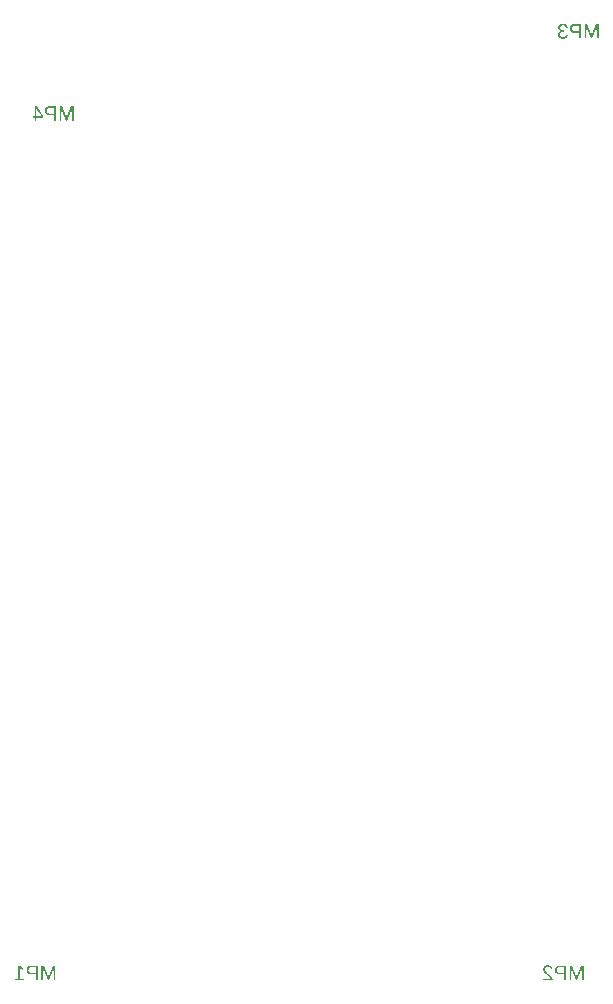
<source format=gbr>
G04 EAGLE Gerber RS-274X export*
G75*
%MOMM*%
%FSLAX34Y34*%
%LPD*%
%INSilkscreen Bottom*%
%IPPOS*%
%AMOC8*
5,1,8,0,0,1.08239X$1,22.5*%
G01*
G04 Define Apertures*
G36*
X634139Y186690D02*
X632466Y186690D01*
X632466Y191498D01*
X628840Y191498D01*
X628362Y191515D01*
X627910Y191563D01*
X627483Y191644D01*
X627082Y191757D01*
X626707Y191902D01*
X626357Y192080D01*
X626033Y192290D01*
X625735Y192532D01*
X625467Y192802D01*
X625235Y193094D01*
X625038Y193408D01*
X624878Y193745D01*
X624753Y194104D01*
X624663Y194486D01*
X624610Y194890D01*
X624592Y195317D01*
X624610Y195747D01*
X624663Y196152D01*
X624752Y196532D01*
X624876Y196887D01*
X625037Y197217D01*
X625232Y197523D01*
X625464Y197803D01*
X625730Y198059D01*
X626030Y198286D01*
X626358Y198484D01*
X626716Y198651D01*
X627103Y198788D01*
X627520Y198894D01*
X627965Y198970D01*
X628440Y199016D01*
X628945Y199031D01*
X634139Y199031D01*
X634139Y186690D01*
G37*
%LPC*%
G36*
X632466Y192821D02*
X632466Y197691D01*
X629146Y197691D01*
X628798Y197681D01*
X628473Y197653D01*
X628170Y197607D01*
X627889Y197541D01*
X627631Y197457D01*
X627396Y197354D01*
X627182Y197233D01*
X626992Y197093D01*
X626823Y196934D01*
X626677Y196757D01*
X626554Y196561D01*
X626453Y196346D01*
X626374Y196112D01*
X626318Y195860D01*
X626285Y195589D01*
X626273Y195300D01*
X626284Y194999D01*
X626317Y194719D01*
X626372Y194457D01*
X626449Y194215D01*
X626547Y193993D01*
X626668Y193789D01*
X626810Y193605D01*
X626974Y193441D01*
X627160Y193295D01*
X627368Y193170D01*
X627598Y193063D01*
X627850Y192976D01*
X628124Y192908D01*
X628419Y192860D01*
X628737Y192831D01*
X629076Y192821D01*
X632466Y192821D01*
G37*
%LPD*%
G36*
X638583Y186690D02*
X637077Y186690D01*
X637077Y199031D01*
X639223Y199031D01*
X642446Y190474D01*
X642561Y190157D01*
X642748Y189576D01*
X642933Y188953D01*
X643041Y188512D01*
X643256Y189366D01*
X643421Y189938D01*
X643593Y190474D01*
X646878Y199031D01*
X649076Y199031D01*
X649076Y186690D01*
X647587Y186690D01*
X647587Y194923D01*
X647622Y196578D01*
X647648Y197551D01*
X647359Y196587D01*
X646869Y195098D01*
X643637Y186690D01*
X642463Y186690D01*
X639275Y195098D01*
X639099Y195583D01*
X638912Y196154D01*
X638505Y197551D01*
X638564Y196263D01*
X638583Y194923D01*
X638583Y186690D01*
G37*
G36*
X622275Y186690D02*
X614541Y186690D01*
X614541Y188030D01*
X617545Y188030D01*
X617545Y199031D01*
X618999Y199031D01*
X621916Y197025D01*
X621916Y195536D01*
X619131Y197524D01*
X619131Y188030D01*
X622275Y188030D01*
X622275Y186690D01*
G37*
G36*
X1081529Y186690D02*
X1079856Y186690D01*
X1079856Y191498D01*
X1076230Y191498D01*
X1075752Y191515D01*
X1075300Y191563D01*
X1074873Y191644D01*
X1074472Y191757D01*
X1074097Y191902D01*
X1073747Y192080D01*
X1073423Y192290D01*
X1073125Y192532D01*
X1072857Y192802D01*
X1072625Y193094D01*
X1072428Y193408D01*
X1072268Y193745D01*
X1072143Y194104D01*
X1072053Y194486D01*
X1072000Y194890D01*
X1071982Y195317D01*
X1072000Y195747D01*
X1072053Y196152D01*
X1072142Y196532D01*
X1072266Y196887D01*
X1072427Y197217D01*
X1072622Y197523D01*
X1072854Y197803D01*
X1073120Y198059D01*
X1073420Y198286D01*
X1073748Y198484D01*
X1074106Y198651D01*
X1074493Y198788D01*
X1074910Y198894D01*
X1075355Y198970D01*
X1075830Y199016D01*
X1076335Y199031D01*
X1081529Y199031D01*
X1081529Y186690D01*
G37*
%LPC*%
G36*
X1079856Y192821D02*
X1079856Y197691D01*
X1076536Y197691D01*
X1076188Y197681D01*
X1075863Y197653D01*
X1075560Y197607D01*
X1075279Y197541D01*
X1075021Y197457D01*
X1074786Y197354D01*
X1074572Y197233D01*
X1074382Y197093D01*
X1074213Y196934D01*
X1074067Y196757D01*
X1073944Y196561D01*
X1073843Y196346D01*
X1073764Y196112D01*
X1073708Y195860D01*
X1073675Y195589D01*
X1073663Y195300D01*
X1073674Y194999D01*
X1073707Y194719D01*
X1073762Y194457D01*
X1073839Y194215D01*
X1073937Y193993D01*
X1074058Y193789D01*
X1074200Y193605D01*
X1074364Y193441D01*
X1074550Y193295D01*
X1074758Y193170D01*
X1074988Y193063D01*
X1075240Y192976D01*
X1075514Y192908D01*
X1075809Y192860D01*
X1076127Y192831D01*
X1076466Y192821D01*
X1079856Y192821D01*
G37*
%LPD*%
G36*
X1085973Y186690D02*
X1084467Y186690D01*
X1084467Y199031D01*
X1086613Y199031D01*
X1089836Y190474D01*
X1089951Y190157D01*
X1090138Y189576D01*
X1090323Y188953D01*
X1090431Y188512D01*
X1090646Y189366D01*
X1090811Y189938D01*
X1090983Y190474D01*
X1094268Y199031D01*
X1096466Y199031D01*
X1096466Y186690D01*
X1094977Y186690D01*
X1094977Y194923D01*
X1095012Y196578D01*
X1095038Y197551D01*
X1094749Y196587D01*
X1094259Y195098D01*
X1091027Y186690D01*
X1089853Y186690D01*
X1086665Y195098D01*
X1086489Y195583D01*
X1086302Y196154D01*
X1085895Y197551D01*
X1085954Y196263D01*
X1085973Y194923D01*
X1085973Y186690D01*
G37*
G36*
X1070129Y186690D02*
X1061957Y186690D01*
X1061957Y188030D01*
X1068395Y188030D01*
X1068243Y188340D01*
X1068049Y188655D01*
X1067814Y188977D01*
X1067537Y189304D01*
X1067213Y189645D01*
X1066838Y190006D01*
X1066412Y190387D01*
X1065934Y190789D01*
X1065092Y191485D01*
X1064399Y192083D01*
X1063853Y192584D01*
X1063455Y192987D01*
X1063151Y193342D01*
X1062887Y193697D01*
X1062663Y194052D01*
X1062479Y194406D01*
X1062335Y194762D01*
X1062232Y195118D01*
X1062171Y195475D01*
X1062150Y195834D01*
X1062166Y196227D01*
X1062213Y196598D01*
X1062291Y196945D01*
X1062401Y197269D01*
X1062542Y197570D01*
X1062714Y197848D01*
X1062918Y198103D01*
X1063153Y198334D01*
X1063417Y198541D01*
X1063708Y198720D01*
X1064026Y198871D01*
X1064372Y198995D01*
X1064744Y199091D01*
X1065143Y199160D01*
X1065568Y199201D01*
X1066021Y199215D01*
X1066437Y199201D01*
X1066832Y199160D01*
X1067209Y199092D01*
X1067566Y198996D01*
X1067904Y198873D01*
X1068223Y198722D01*
X1068522Y198544D01*
X1068802Y198339D01*
X1069058Y198110D01*
X1069286Y197863D01*
X1069486Y197597D01*
X1069657Y197312D01*
X1069800Y197008D01*
X1069915Y196685D01*
X1070001Y196343D01*
X1070059Y195983D01*
X1068448Y195834D01*
X1068411Y196074D01*
X1068357Y196301D01*
X1068286Y196514D01*
X1068199Y196713D01*
X1068095Y196898D01*
X1067974Y197070D01*
X1067836Y197227D01*
X1067681Y197371D01*
X1067512Y197499D01*
X1067333Y197611D01*
X1067142Y197705D01*
X1066940Y197782D01*
X1066727Y197841D01*
X1066503Y197884D01*
X1066268Y197910D01*
X1066021Y197918D01*
X1065764Y197910D01*
X1065521Y197883D01*
X1065292Y197840D01*
X1065078Y197778D01*
X1064878Y197699D01*
X1064693Y197603D01*
X1064522Y197489D01*
X1064366Y197358D01*
X1064226Y197211D01*
X1064105Y197049D01*
X1064003Y196873D01*
X1063919Y196683D01*
X1063854Y196479D01*
X1063808Y196261D01*
X1063780Y196028D01*
X1063770Y195781D01*
X1063792Y195415D01*
X1063857Y195068D01*
X1063965Y194740D01*
X1064116Y194433D01*
X1064303Y194138D01*
X1064516Y193850D01*
X1064756Y193569D01*
X1065023Y193294D01*
X1065617Y192751D01*
X1066280Y192208D01*
X1066979Y191642D01*
X1067686Y191030D01*
X1068036Y190703D01*
X1068379Y190358D01*
X1068713Y189994D01*
X1069039Y189611D01*
X1069348Y189204D01*
X1069633Y188767D01*
X1069893Y188300D01*
X1070129Y187802D01*
X1070129Y186690D01*
G37*
G36*
X1094229Y983900D02*
X1092556Y983900D01*
X1092556Y988708D01*
X1088930Y988708D01*
X1088452Y988725D01*
X1088000Y988773D01*
X1087573Y988854D01*
X1087172Y988967D01*
X1086797Y989112D01*
X1086447Y989290D01*
X1086123Y989500D01*
X1085825Y989742D01*
X1085557Y990012D01*
X1085325Y990304D01*
X1085128Y990618D01*
X1084968Y990955D01*
X1084843Y991314D01*
X1084753Y991696D01*
X1084700Y992100D01*
X1084682Y992527D01*
X1084700Y992957D01*
X1084753Y993362D01*
X1084842Y993742D01*
X1084966Y994097D01*
X1085127Y994427D01*
X1085322Y994733D01*
X1085554Y995013D01*
X1085820Y995269D01*
X1086120Y995496D01*
X1086448Y995694D01*
X1086806Y995861D01*
X1087193Y995998D01*
X1087610Y996104D01*
X1088055Y996180D01*
X1088530Y996226D01*
X1089035Y996241D01*
X1094229Y996241D01*
X1094229Y983900D01*
G37*
%LPC*%
G36*
X1092556Y990031D02*
X1092556Y994901D01*
X1089236Y994901D01*
X1088888Y994891D01*
X1088563Y994863D01*
X1088260Y994817D01*
X1087979Y994751D01*
X1087721Y994667D01*
X1087486Y994564D01*
X1087272Y994443D01*
X1087082Y994303D01*
X1086913Y994144D01*
X1086767Y993967D01*
X1086644Y993771D01*
X1086543Y993556D01*
X1086464Y993322D01*
X1086408Y993070D01*
X1086375Y992799D01*
X1086363Y992510D01*
X1086374Y992209D01*
X1086407Y991929D01*
X1086462Y991667D01*
X1086539Y991425D01*
X1086637Y991203D01*
X1086758Y990999D01*
X1086900Y990815D01*
X1087064Y990651D01*
X1087250Y990505D01*
X1087458Y990380D01*
X1087688Y990273D01*
X1087940Y990186D01*
X1088214Y990118D01*
X1088509Y990070D01*
X1088827Y990041D01*
X1089166Y990031D01*
X1092556Y990031D01*
G37*
%LPD*%
G36*
X1098673Y983900D02*
X1097167Y983900D01*
X1097167Y996241D01*
X1099313Y996241D01*
X1102536Y987684D01*
X1102651Y987367D01*
X1102838Y986786D01*
X1103023Y986163D01*
X1103131Y985722D01*
X1103346Y986576D01*
X1103511Y987148D01*
X1103683Y987684D01*
X1106968Y996241D01*
X1109166Y996241D01*
X1109166Y983900D01*
X1107677Y983900D01*
X1107677Y992133D01*
X1107712Y993788D01*
X1107738Y994761D01*
X1107449Y993797D01*
X1106959Y992308D01*
X1103727Y983900D01*
X1102553Y983900D01*
X1099365Y992308D01*
X1099189Y992793D01*
X1099002Y993364D01*
X1098595Y994761D01*
X1098654Y993473D01*
X1098673Y992133D01*
X1098673Y983900D01*
G37*
G36*
X1078730Y983725D02*
X1078241Y983740D01*
X1077781Y983783D01*
X1077350Y983857D01*
X1076948Y983959D01*
X1076575Y984091D01*
X1076231Y984252D01*
X1075916Y984442D01*
X1075630Y984662D01*
X1075375Y984908D01*
X1075154Y985179D01*
X1074968Y985473D01*
X1074815Y985792D01*
X1074696Y986135D01*
X1074611Y986501D01*
X1074561Y986892D01*
X1074544Y987307D01*
X1074556Y987596D01*
X1074592Y987873D01*
X1074652Y988137D01*
X1074736Y988389D01*
X1074845Y988628D01*
X1074977Y988854D01*
X1075134Y989068D01*
X1075314Y989269D01*
X1075517Y989454D01*
X1075738Y989619D01*
X1075979Y989765D01*
X1076238Y989891D01*
X1076517Y989997D01*
X1076815Y990084D01*
X1077133Y990150D01*
X1077469Y990197D01*
X1077469Y990232D01*
X1077163Y990306D01*
X1076876Y990394D01*
X1076607Y990497D01*
X1076358Y990615D01*
X1076127Y990747D01*
X1075915Y990895D01*
X1075721Y991058D01*
X1075546Y991235D01*
X1075391Y991427D01*
X1075257Y991633D01*
X1075143Y991853D01*
X1075050Y992086D01*
X1074978Y992333D01*
X1074926Y992594D01*
X1074895Y992869D01*
X1074885Y993158D01*
X1074901Y993533D01*
X1074949Y993886D01*
X1075030Y994218D01*
X1075142Y994530D01*
X1075287Y994820D01*
X1075464Y995088D01*
X1075673Y995336D01*
X1075914Y995562D01*
X1076184Y995764D01*
X1076481Y995939D01*
X1076803Y996088D01*
X1077150Y996209D01*
X1077524Y996303D01*
X1077924Y996371D01*
X1078349Y996411D01*
X1078800Y996425D01*
X1079215Y996411D01*
X1079611Y996372D01*
X1079988Y996305D01*
X1080345Y996212D01*
X1080683Y996093D01*
X1081002Y995947D01*
X1081301Y995774D01*
X1081581Y995575D01*
X1081837Y995352D01*
X1082065Y995109D01*
X1082265Y994844D01*
X1082436Y994559D01*
X1082579Y994253D01*
X1082694Y993926D01*
X1082780Y993579D01*
X1082838Y993210D01*
X1081253Y993088D01*
X1081218Y993324D01*
X1081166Y993546D01*
X1081098Y993755D01*
X1081013Y993950D01*
X1080911Y994132D01*
X1080792Y994300D01*
X1080656Y994454D01*
X1080504Y994594D01*
X1080337Y994719D01*
X1080157Y994828D01*
X1079965Y994920D01*
X1079760Y994995D01*
X1079543Y995053D01*
X1079314Y995095D01*
X1079072Y995120D01*
X1078818Y995128D01*
X1078540Y995119D01*
X1078279Y995093D01*
X1078037Y995048D01*
X1077812Y994985D01*
X1077604Y994904D01*
X1077414Y994806D01*
X1077242Y994689D01*
X1077088Y994555D01*
X1076951Y994405D01*
X1076833Y994242D01*
X1076733Y994066D01*
X1076651Y993877D01*
X1076587Y993675D01*
X1076542Y993460D01*
X1076515Y993232D01*
X1076505Y992991D01*
X1076517Y992749D01*
X1076550Y992519D01*
X1076606Y992303D01*
X1076684Y992101D01*
X1076784Y991913D01*
X1076907Y991738D01*
X1077052Y991576D01*
X1077219Y991428D01*
X1077407Y991296D01*
X1077613Y991181D01*
X1077837Y991084D01*
X1078079Y991004D01*
X1078339Y990942D01*
X1078618Y990898D01*
X1078914Y990872D01*
X1079229Y990863D01*
X1080088Y990863D01*
X1080088Y989497D01*
X1079194Y989497D01*
X1078839Y989488D01*
X1078506Y989461D01*
X1078194Y989417D01*
X1077904Y989355D01*
X1077635Y989276D01*
X1077387Y989179D01*
X1077161Y989064D01*
X1076957Y988932D01*
X1076775Y988784D01*
X1076617Y988622D01*
X1076484Y988446D01*
X1076375Y988256D01*
X1076290Y988053D01*
X1076230Y987836D01*
X1076194Y987605D01*
X1076181Y987360D01*
X1076192Y987079D01*
X1076224Y986817D01*
X1076277Y986573D01*
X1076351Y986346D01*
X1076447Y986137D01*
X1076563Y985946D01*
X1076701Y985772D01*
X1076860Y985617D01*
X1077038Y985479D01*
X1077232Y985360D01*
X1077441Y985259D01*
X1077667Y985177D01*
X1077909Y985112D01*
X1078167Y985067D01*
X1078440Y985039D01*
X1078730Y985030D01*
X1079019Y985038D01*
X1079291Y985064D01*
X1079548Y985107D01*
X1079788Y985167D01*
X1080013Y985244D01*
X1080221Y985338D01*
X1080413Y985449D01*
X1080589Y985577D01*
X1080749Y985723D01*
X1080893Y985885D01*
X1081021Y986065D01*
X1081133Y986262D01*
X1081228Y986475D01*
X1081308Y986706D01*
X1081372Y986954D01*
X1081419Y987219D01*
X1083048Y987071D01*
X1082981Y986669D01*
X1082886Y986294D01*
X1082763Y985943D01*
X1082611Y985618D01*
X1082431Y985318D01*
X1082223Y985043D01*
X1081986Y984794D01*
X1081721Y984570D01*
X1081430Y984372D01*
X1081115Y984200D01*
X1080777Y984055D01*
X1080415Y983936D01*
X1080029Y983844D01*
X1079620Y983778D01*
X1079187Y983738D01*
X1078730Y983725D01*
G37*
G36*
X649729Y914210D02*
X648056Y914210D01*
X648056Y919018D01*
X644430Y919018D01*
X643952Y919035D01*
X643500Y919083D01*
X643073Y919164D01*
X642672Y919277D01*
X642297Y919422D01*
X641947Y919600D01*
X641623Y919810D01*
X641325Y920052D01*
X641057Y920322D01*
X640825Y920614D01*
X640628Y920928D01*
X640468Y921265D01*
X640343Y921624D01*
X640253Y922006D01*
X640200Y922410D01*
X640182Y922837D01*
X640200Y923267D01*
X640253Y923672D01*
X640342Y924052D01*
X640466Y924407D01*
X640627Y924737D01*
X640822Y925043D01*
X641054Y925323D01*
X641320Y925579D01*
X641620Y925806D01*
X641948Y926004D01*
X642306Y926171D01*
X642693Y926308D01*
X643110Y926414D01*
X643555Y926490D01*
X644030Y926536D01*
X644535Y926551D01*
X649729Y926551D01*
X649729Y914210D01*
G37*
%LPC*%
G36*
X648056Y920341D02*
X648056Y925211D01*
X644736Y925211D01*
X644388Y925201D01*
X644063Y925173D01*
X643760Y925127D01*
X643479Y925061D01*
X643221Y924977D01*
X642986Y924874D01*
X642772Y924753D01*
X642582Y924613D01*
X642413Y924454D01*
X642267Y924277D01*
X642144Y924081D01*
X642043Y923866D01*
X641964Y923632D01*
X641908Y923380D01*
X641875Y923109D01*
X641863Y922820D01*
X641874Y922519D01*
X641907Y922239D01*
X641962Y921977D01*
X642039Y921735D01*
X642137Y921513D01*
X642258Y921309D01*
X642400Y921125D01*
X642564Y920961D01*
X642750Y920815D01*
X642958Y920690D01*
X643188Y920583D01*
X643440Y920496D01*
X643714Y920428D01*
X644009Y920380D01*
X644327Y920351D01*
X644666Y920341D01*
X648056Y920341D01*
G37*
%LPD*%
G36*
X654173Y914210D02*
X652667Y914210D01*
X652667Y926551D01*
X654813Y926551D01*
X658036Y917994D01*
X658151Y917677D01*
X658338Y917096D01*
X658523Y916473D01*
X658631Y916032D01*
X658846Y916886D01*
X659011Y917458D01*
X659183Y917994D01*
X662468Y926551D01*
X664666Y926551D01*
X664666Y914210D01*
X663177Y914210D01*
X663177Y922443D01*
X663212Y924098D01*
X663238Y925071D01*
X662949Y924107D01*
X662459Y922618D01*
X659227Y914210D01*
X658053Y914210D01*
X654865Y922618D01*
X654689Y923103D01*
X654502Y923674D01*
X654095Y925071D01*
X654154Y923783D01*
X654173Y922443D01*
X654173Y914210D01*
G37*
G36*
X633004Y914210D02*
X631515Y914210D01*
X631515Y917004D01*
X629781Y917004D01*
X629781Y918248D01*
X631515Y918248D01*
X631515Y926551D01*
X633170Y926551D01*
X638820Y918230D01*
X638820Y917004D01*
X633004Y917004D01*
X633004Y914210D01*
G37*
%LPC*%
G36*
X637366Y918248D02*
X637226Y918423D01*
X636753Y919071D01*
X633591Y923731D01*
X633249Y924309D01*
X633004Y924773D01*
X633004Y918248D01*
X637366Y918248D01*
G37*
%LPD*%
M02*

</source>
